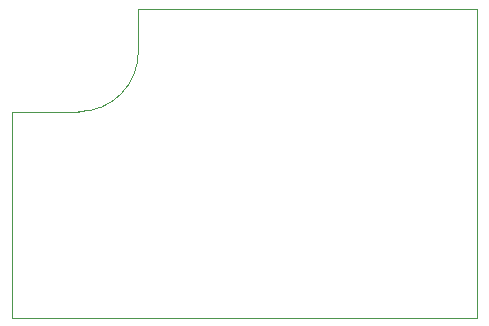
<source format=gbr>
G04 #@! TF.GenerationSoftware,KiCad,Pcbnew,(5.1.4)-1*
G04 #@! TF.CreationDate,2020-04-18T17:13:35+10:00*
G04 #@! TF.ProjectId,c64-nes-adapter,6336342d-6e65-4732-9d61-646170746572,rev?*
G04 #@! TF.SameCoordinates,Original*
G04 #@! TF.FileFunction,Profile,NP*
%FSLAX46Y46*%
G04 Gerber Fmt 4.6, Leading zero omitted, Abs format (unit mm)*
G04 Created by KiCad (PCBNEW (5.1.4)-1) date 2020-04-18 17:13:35*
%MOMM*%
%LPD*%
G04 APERTURE LIST*
%ADD10C,0.050000*%
%ADD11C,0.100000*%
G04 APERTURE END LIST*
D10*
X175641000Y-92710000D02*
G75*
G02X170610800Y-97740200I-5030200J0D01*
G01*
X170610800Y-97740200D02*
X164973000Y-97740200D01*
X175641000Y-92710000D02*
X175641000Y-89027000D01*
D11*
X164973000Y-97740200D02*
X164973000Y-115189000D01*
X204343000Y-115189000D02*
X164973000Y-115189000D01*
X204343000Y-89027000D02*
X204343000Y-115189000D01*
X175641000Y-89027000D02*
X204343000Y-89027000D01*
M02*

</source>
